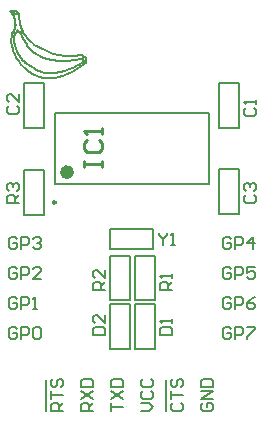
<source format=gto>
%FSAX25Y25*%
%MOIN*%
G70*
G01*
G75*
G04 Layer_Color=65535*
%ADD10R,0.05118X0.05118*%
%ADD11R,0.05118X0.05118*%
%ADD12R,0.01181X0.06299*%
%ADD13O,0.02362X0.09055*%
%ADD14R,0.01575X0.05512*%
%ADD15R,0.09055X0.07480*%
%ADD16R,0.07087X0.07480*%
%ADD17C,0.00800*%
%ADD18C,0.02000*%
%ADD19C,0.07500*%
%ADD20C,0.03200*%
%ADD21C,0.05000*%
%ADD22R,0.04400X0.04400*%
%ADD23C,0.00600*%
%ADD24C,0.02362*%
%ADD25C,0.00984*%
%ADD26C,0.00787*%
%ADD27C,0.01000*%
D17*
X0270153Y0379654D02*
Y0394614D01*
Y0394614D02*
X0276847Y0394614D01*
Y0379654D02*
Y0394614D01*
X0270153Y0379654D02*
X0276847D01*
X0278654D02*
Y0394614D01*
Y0394614D02*
X0285347Y0394614D01*
Y0379654D02*
Y0394614D01*
X0278654Y0379654D02*
X0285347D01*
X0306653Y0468347D02*
X0313347D01*
X0306653Y0453386D02*
Y0468347D01*
Y0453386D02*
X0313347Y0453386D01*
Y0453386D02*
Y0468347D01*
X0306653Y0424653D02*
X0313347D01*
Y0439614D01*
X0306653Y0439614D02*
X0313347Y0439614D01*
X0306653Y0424653D02*
Y0439614D01*
X0270413Y0413154D02*
X0284587D01*
X0270413Y0419846D02*
X0284587D01*
Y0413154D02*
Y0419846D01*
X0270413Y0413154D02*
Y0419846D01*
X0270153Y0410847D02*
X0276847D01*
X0270153Y0395886D02*
Y0410847D01*
Y0395886D02*
X0276847Y0395886D01*
Y0395886D02*
Y0410847D01*
X0278654D02*
X0285347D01*
X0278654Y0395886D02*
Y0410847D01*
Y0395886D02*
X0285347Y0395886D01*
Y0395886D02*
Y0410847D01*
X0241653Y0468347D02*
X0248346D01*
X0241653Y0453386D02*
Y0468347D01*
Y0453386D02*
X0248346Y0453386D01*
Y0453386D02*
Y0468347D01*
X0241653Y0439347D02*
X0248346D01*
X0241653Y0424386D02*
Y0439347D01*
Y0424386D02*
X0248346Y0424386D01*
Y0424386D02*
Y0439347D01*
D23*
X0237419Y0481451D02*
G03*
X0237574Y0480516I0009040J0001011D01*
G01*
X0237767Y0484749D02*
G03*
X0237504Y0483787I0006282J-0002234D01*
G01*
X0237504Y0483787D02*
G03*
X0237370Y0482541I0007228J-0001404D01*
G01*
X0237370D02*
G03*
X0237419Y0481451I0008174J-0000178D01*
G01*
X0239604Y0491760D02*
G03*
X0239953Y0491421I0003471J0003234D01*
G01*
X0238724Y0487177D02*
G03*
X0238792Y0487665I-0001962J0000520D01*
G01*
X0238157Y0492200D02*
G03*
X0238997Y0492185I0000548J0007149D01*
G01*
X0237752Y0491498D02*
G03*
X0237627Y0491710I-0004897J-0002745D01*
G01*
X0240057Y0489990D02*
G03*
X0240124Y0489051I0007757J0000084D01*
G01*
X0239545Y0486040D02*
G03*
X0239544Y0486042I-0000038J-0000021D01*
G01*
X0239539Y0486048D02*
G03*
X0239537Y0486050I-0000017J-0000018D01*
G01*
D02*
G03*
X0239534Y0486051I-0000013J-0000017D01*
G01*
Y0486051D02*
G03*
X0239524Y0486054I-0000010J-0000018D01*
G01*
X0239524Y0486054D02*
G03*
X0239522Y0486054I-0000001J-0000025D01*
G01*
X0240678Y0474437D02*
G03*
X0242203Y0472979I0008392J0007251D01*
G01*
X0245287Y0478263D02*
G03*
X0247174Y0477135I0006031J0007946D01*
G01*
X0250784Y0471534D02*
G03*
X0252039Y0471656I-0000128J0007833D01*
G01*
X0249867Y0471566D02*
G03*
X0250784Y0471534I0000769J0008718D01*
G01*
X0255007Y0470871D02*
G03*
X0258319Y0472362I-0006788J0019507D01*
G01*
X0261078Y0477539D02*
G03*
X0261202Y0476831I0002708J0000110D01*
G01*
X0261663Y0475564D02*
G03*
X0262126Y0475069I0001654J0001086D01*
G01*
X0261318Y0476321D02*
G03*
X0261330Y0476236I0000903J0000084D01*
G01*
X0261330Y0476236D02*
G03*
X0261354Y0476137I0000989J0000188D01*
G01*
X0261354D02*
G03*
X0261390Y0476035I0001071J0000319D01*
G01*
X0238587Y0484662D02*
G03*
X0238590Y0484662I0000000J0000031D01*
G01*
X0238584Y0484662D02*
G03*
X0238587Y0484662I0000003J0000028D01*
G01*
X0238571Y0484668D02*
G03*
X0238584Y0484662I0000016J0000019D01*
G01*
X0238549Y0484689D02*
G03*
X0238571Y0484668I0000149J0000138D01*
G01*
X0245554Y0470870D02*
G03*
X0246072Y0470615I0003048J0005538D01*
G01*
X0258320Y0472362D02*
G03*
X0262142Y0475072I-0010780J0019258D01*
G01*
X0238640Y0480606D02*
G03*
X0239355Y0478696I0007960J0001891D01*
G01*
X0253182Y0470341D02*
G03*
X0255007Y0470871I-0004229J0017977D01*
G01*
X0242319Y0474954D02*
G03*
X0245636Y0472817I0010822J0013154D01*
G01*
X0245772Y0480697D02*
G03*
X0250646Y0478321I0012876J0020230D01*
G01*
X0256330Y0475693D02*
G03*
X0260371Y0476291I-0002249J0029127D01*
G01*
X0238365Y0483817D02*
X0238385Y0483961D01*
X0238407Y0484086D01*
X0238429Y0484193D01*
X0238450Y0484284D01*
X0238469Y0484359D01*
X0238487Y0484420D01*
X0237574Y0480516D02*
X0237796Y0479675D01*
X0238411Y0481791D02*
X0238469Y0481428D01*
X0238369Y0482131D02*
X0238411Y0481791D01*
X0237796Y0479675D02*
X0238071Y0478893D01*
X0238340Y0482448D02*
X0238369Y0482131D01*
X0238324Y0482737D02*
X0238340Y0482448D01*
X0238318Y0483004D02*
X0238324Y0482737D01*
X0238318Y0483004D02*
X0238321Y0483246D01*
X0238331Y0483459D01*
X0238346Y0483650D01*
X0238365Y0483817D01*
X0238544Y0481034D02*
X0238640Y0480606D01*
X0238469Y0481428D02*
X0238544Y0481034D01*
X0238487Y0484420D02*
X0238502Y0484471D01*
X0240048Y0491341D02*
X0240059Y0491332D01*
X0240032Y0491354D02*
X0240048Y0491341D01*
X0240006Y0491376D02*
X0240032Y0491354D01*
X0239953Y0491421D02*
X0240006Y0491376D01*
X0240083Y0491026D02*
X0240084Y0491050D01*
X0240085Y0491074D01*
X0240086Y0491103D01*
X0240087Y0491135D01*
X0240088Y0491171D01*
X0240089Y0491212D01*
X0240091Y0491257D01*
X0240092Y0491306D01*
X0240080Y0491284D02*
X0240085Y0491287D01*
X0240073Y0491282D02*
X0240080Y0491284D01*
X0240065Y0491279D02*
X0240073Y0491282D01*
X0240054Y0491275D02*
X0240065Y0491279D01*
X0240041Y0491270D02*
X0240054Y0491275D01*
X0240025Y0491265D02*
X0240041Y0491270D01*
X0240005Y0491259D02*
X0240025Y0491265D01*
X0239980Y0491253D02*
X0240005Y0491259D01*
X0239949Y0491247D02*
X0239980Y0491253D01*
X0239912Y0491240D02*
X0239949Y0491247D01*
X0239870Y0491234D02*
X0239912Y0491240D01*
X0239819Y0491229D02*
X0239870Y0491234D01*
X0239763Y0491227D02*
X0239819Y0491229D01*
X0239699Y0491226D02*
X0239763Y0491227D01*
X0239523Y0491850D02*
X0239604Y0491760D01*
X0239455Y0491929D02*
X0239523Y0491850D01*
X0239396Y0492003D02*
X0239455Y0491929D01*
X0239344Y0492072D02*
X0239396Y0492003D01*
X0239298Y0492137D02*
X0239344Y0492072D01*
X0239257Y0492198D02*
X0239298Y0492137D01*
X0239255Y0492201D02*
X0239257Y0492198D01*
X0239255Y0492201D02*
X0239255Y0492201D01*
X0239255Y0492201D02*
X0239255Y0492201D01*
X0239255Y0492201D02*
X0239255Y0492201D01*
X0239255Y0492201D02*
X0239255Y0492201D01*
X0239255Y0492201D02*
X0239255Y0492201D01*
X0239255Y0492201D02*
X0239255D01*
X0239255Y0492201D02*
X0239255Y0492201D01*
X0239255Y0492201D02*
X0239255Y0492201D01*
X0239255Y0492201D02*
X0239255Y0492201D01*
X0239255Y0492201D02*
X0239255D01*
X0239255Y0492201D02*
X0239255Y0492201D01*
X0239254Y0492201D02*
X0239255Y0492201D01*
X0239254Y0492201D02*
X0239254Y0492201D01*
X0239254Y0492201D02*
X0239254Y0492201D01*
X0239253Y0492201D02*
X0239254Y0492201D01*
X0239253Y0492201D02*
X0239253Y0492201D01*
X0239252Y0492201D02*
X0239253Y0492201D01*
X0239251Y0492201D02*
X0239252Y0492201D01*
X0239249Y0492201D02*
X0239251Y0492201D01*
X0239248Y0492200D02*
X0239249Y0492201D01*
X0239245Y0492200D02*
X0239248Y0492200D01*
X0239243Y0492200D02*
X0239245Y0492200D01*
X0239239Y0492200D02*
X0239243Y0492200D01*
X0239234Y0492199D02*
X0239239Y0492200D01*
X0239228Y0492199D02*
X0239234Y0492199D01*
X0239220Y0492198D02*
X0239228Y0492199D01*
X0239209Y0492197D02*
X0239220Y0492198D01*
X0239193Y0492196D02*
X0239209Y0492197D01*
X0240069Y0490671D02*
X0240070Y0490687D01*
X0240071Y0490704D01*
X0240071Y0490720D01*
X0240072Y0490732D01*
X0240072Y0490744D01*
X0240072Y0490752D01*
X0240073Y0490760D01*
X0240073Y0490768D01*
X0240073Y0490776D01*
X0240074Y0490784D01*
X0240074Y0490788D01*
X0240074Y0490792D01*
X0240074Y0490796D01*
X0240074Y0490800D01*
X0240075Y0490804D01*
X0240075Y0490808D01*
X0240075Y0490812D01*
X0240075Y0490816D01*
X0240075Y0490821D01*
X0240075Y0490825D01*
X0240075Y0490829D01*
X0240076Y0490833D01*
X0240076Y0490837D01*
X0240076Y0490841D01*
X0240076Y0490845D01*
X0240076Y0490849D01*
X0240076Y0490853D01*
X0240077Y0490857D01*
X0240077Y0490861D01*
X0240077Y0490865D01*
X0240077Y0490873D01*
X0240078Y0490881D01*
X0240078Y0490889D01*
X0240078Y0490897D01*
X0240079Y0490905D01*
X0240079Y0490917D01*
X0240080Y0490929D01*
X0240080Y0490941D01*
X0240081Y0490953D01*
X0240081Y0490970D01*
X0240082Y0490986D01*
X0240083Y0491006D01*
X0240083Y0491026D01*
X0238410Y0486348D02*
X0238414Y0486357D01*
X0238407Y0486341D02*
X0238410Y0486348D01*
X0238404Y0486335D02*
X0238407Y0486341D01*
X0238401Y0486329D02*
X0238404Y0486335D01*
X0238399Y0486322D02*
X0238401Y0486329D01*
X0238396Y0486316D02*
X0238399Y0486322D01*
X0238394Y0486313D02*
X0238396Y0486316D01*
X0238393Y0486309D02*
X0238394Y0486313D01*
X0238392Y0486306D02*
X0238393Y0486309D01*
X0238390Y0486303D02*
X0238392Y0486306D01*
X0238389Y0486300D02*
X0238390Y0486303D01*
X0238387Y0486297D02*
X0238389Y0486300D01*
X0238386Y0486293D02*
X0238387Y0486297D01*
X0238385Y0486290D02*
X0238386Y0486293D01*
X0238383Y0486287D02*
X0238385Y0486290D01*
X0238382Y0486283D02*
X0238383Y0486287D01*
X0238380Y0486280D02*
X0238382Y0486283D01*
X0238379Y0486277D02*
X0238380Y0486280D01*
X0238377Y0486274D02*
X0238379Y0486277D01*
X0238376Y0486270D02*
X0238377Y0486274D01*
X0238374Y0486267D02*
X0238376Y0486270D01*
X0238373Y0486264D02*
X0238374Y0486267D01*
X0238372Y0486261D02*
X0238373Y0486264D01*
X0238370Y0486257D02*
X0238372Y0486261D01*
X0238369Y0486254D02*
X0238370Y0486257D01*
X0238367Y0486250D02*
X0238369Y0486254D01*
X0238365Y0486244D02*
X0238367Y0486250D01*
X0238362Y0486237D02*
X0238365Y0486244D01*
X0238359Y0486231D02*
X0238362Y0486237D01*
X0238356Y0486224D02*
X0238359Y0486231D01*
X0238353Y0486217D02*
X0238356Y0486224D01*
X0238348Y0486207D02*
X0238353Y0486217D01*
X0238344Y0486197D02*
X0238348Y0486207D01*
X0238340Y0486187D02*
X0238344Y0486197D01*
X0238334Y0486173D02*
X0238340Y0486187D01*
X0238328Y0486159D02*
X0238334Y0486173D01*
X0238320Y0486142D02*
X0238328Y0486159D01*
X0238311Y0486121D02*
X0238320Y0486142D01*
X0238300Y0486096D02*
X0238311Y0486121D01*
X0238288Y0486067D02*
X0238300Y0486096D01*
X0238274Y0486035D02*
X0238288Y0486067D01*
X0238256Y0485994D02*
X0238274Y0486035D01*
X0238234Y0485941D02*
X0238256Y0485994D01*
X0238204Y0485872D02*
X0238234Y0485941D01*
X0238160Y0485767D02*
X0238204Y0485872D01*
X0238234Y0485932D02*
X0238257Y0485875D01*
X0240497Y0487407D02*
X0240575Y0487160D01*
X0240425Y0487650D02*
X0240497Y0487407D01*
X0240073Y0491321D02*
X0240077Y0491317D01*
X0240067Y0491325D02*
X0240073Y0491321D01*
X0240059Y0491332D02*
X0240067Y0491325D01*
X0240092Y0491306D02*
X0240092D01*
X0240092D02*
X0240092Y0491306D01*
X0240092Y0491306D02*
X0240092Y0491306D01*
X0240092Y0491306D02*
X0240092Y0491306D01*
X0240092Y0491306D02*
X0240092D01*
X0240092Y0491306D02*
X0240092Y0491306D01*
X0240092Y0491306D02*
X0240092Y0491306D01*
X0240091Y0491306D02*
X0240092Y0491306D01*
X0240091Y0491306D02*
X0240091Y0491306D01*
X0240091Y0491306D02*
X0240091Y0491306D01*
X0240091Y0491306D02*
X0240091Y0491306D01*
X0240091Y0491306D02*
X0240091Y0491306D01*
X0240091Y0491306D02*
X0240091Y0491306D01*
X0240091Y0491307D02*
X0240091Y0491306D01*
X0240090Y0491307D02*
X0240091Y0491307D01*
X0240090Y0491307D02*
X0240090Y0491307D01*
X0240090Y0491307D02*
X0240090Y0491307D01*
X0240089Y0491308D02*
X0240090Y0491307D01*
X0240089Y0491308D02*
X0240089Y0491308D01*
X0240088Y0491309D02*
X0240089Y0491308D01*
X0240086Y0491310D02*
X0240088Y0491309D01*
X0240085Y0491311D02*
X0240086Y0491310D01*
X0240083Y0491313D02*
X0240085Y0491311D01*
X0240081Y0491315D02*
X0240083Y0491313D01*
X0240077Y0491317D02*
X0240081Y0491315D01*
X0240103Y0491296D02*
X0240103Y0491296D01*
X0240103Y0491296D02*
X0240103Y0491296D01*
X0240103Y0491296D02*
X0240103Y0491296D01*
X0240103Y0491296D02*
X0240103Y0491296D01*
X0240103Y0491296D02*
X0240103Y0491296D01*
X0240103Y0491296D02*
X0240103Y0491296D01*
X0240103Y0491296D02*
X0240103Y0491296D01*
X0240103Y0491296D02*
X0240103Y0491296D01*
X0240103Y0491295D02*
X0240103Y0491296D01*
X0240103Y0491295D02*
X0240103Y0491295D01*
X0240103Y0491295D02*
X0240103Y0491295D01*
X0240102Y0491295D02*
X0240103Y0491295D01*
X0240102Y0491295D02*
X0240102Y0491295D01*
X0240102Y0491295D02*
X0240102Y0491295D01*
X0240101Y0491295D02*
X0240102Y0491295D01*
X0240101Y0491294D02*
X0240101Y0491295D01*
X0240100Y0491294D02*
X0240101Y0491294D01*
X0240099Y0491293D02*
X0240100Y0491294D01*
X0240098Y0491293D02*
X0240099Y0491293D01*
X0240097Y0491292D02*
X0240098Y0491293D01*
X0240095Y0491291D02*
X0240097Y0491292D01*
X0240092Y0491290D02*
X0240095Y0491291D01*
X0240089Y0491289D02*
X0240092Y0491290D01*
X0240085Y0491287D02*
X0240089Y0491289D01*
X0238713Y0488469D02*
X0238775Y0487987D01*
X0238489Y0489592D02*
X0238612Y0489053D01*
X0238713Y0488469D01*
X0238775Y0487987D02*
X0238782Y0487918D01*
X0238788Y0487845D01*
X0238791Y0487764D01*
X0238792Y0487665D01*
X0240181Y0488691D02*
X0240236Y0488404D01*
X0240124Y0489051D02*
X0240181Y0488691D01*
X0238045Y0490906D02*
X0238199Y0490523D01*
X0238350Y0490084D01*
X0239629Y0491229D02*
X0239699Y0491226D01*
X0239554Y0491234D02*
X0239629Y0491229D01*
X0239472Y0491244D02*
X0239554Y0491234D01*
X0239384Y0491258D02*
X0239472Y0491244D01*
X0239290Y0491277D02*
X0239384Y0491258D01*
X0238705Y0487108D02*
X0238724Y0487177D01*
X0238688Y0487050D02*
X0238705Y0487108D01*
X0238672Y0486999D02*
X0238688Y0487050D01*
X0238656Y0486953D02*
X0238672Y0486999D01*
X0238641Y0486911D02*
X0238656Y0486953D01*
X0238626Y0486870D02*
X0238641Y0486911D01*
X0238612Y0486832D02*
X0238626Y0486870D01*
X0238598Y0486796D02*
X0238612Y0486832D01*
X0238584Y0486762D02*
X0238598Y0486796D01*
X0238572Y0486730D02*
X0238584Y0486762D01*
X0238560Y0486701D02*
X0238572Y0486730D01*
X0238547Y0486671D02*
X0238560Y0486701D01*
X0238536Y0486643D02*
X0238547Y0486671D01*
X0238526Y0486618D02*
X0238536Y0486643D01*
X0238515Y0486593D02*
X0238526Y0486618D01*
X0238506Y0486570D02*
X0238515Y0486593D01*
X0238496Y0486547D02*
X0238506Y0486570D01*
X0238487Y0486527D02*
X0238496Y0486547D01*
X0238478Y0486507D02*
X0238487Y0486527D01*
X0238471Y0486489D02*
X0238478Y0486507D01*
X0238463Y0486471D02*
X0238471Y0486489D01*
X0238455Y0486453D02*
X0238463Y0486471D01*
X0238449Y0486438D02*
X0238455Y0486453D01*
X0238442Y0486422D02*
X0238449Y0486438D01*
X0238437Y0486410D02*
X0238442Y0486422D01*
X0238431Y0486398D02*
X0238437Y0486410D01*
X0238426Y0486385D02*
X0238431Y0486398D01*
X0238422Y0486376D02*
X0238426Y0486385D01*
X0238418Y0486367D02*
X0238422Y0486376D01*
X0238414Y0486357D02*
X0238418Y0486367D01*
X0239172Y0492194D02*
X0239193Y0492196D01*
X0239141Y0492192D02*
X0239172Y0492194D01*
X0239091Y0492189D02*
X0239141Y0492192D01*
X0238997Y0492185D02*
X0239091Y0492189D01*
X0237972Y0492217D02*
X0238157Y0492200D01*
X0237810Y0492238D02*
X0237972Y0492217D01*
X0237664Y0492261D02*
X0237810Y0492238D01*
X0237529Y0492286D02*
X0237664Y0492261D01*
X0237404Y0492313D02*
X0237529Y0492286D01*
X0237290Y0492342D02*
X0237404Y0492313D01*
X0237182Y0492373D02*
X0237290Y0492342D01*
X0237088Y0492404D02*
X0237182Y0492373D01*
X0237088Y0492404D02*
Y0492404D01*
Y0492404D02*
X0237088Y0492404D01*
X0237088Y0492404D01*
X0237088Y0492404D01*
X0237088Y0492404D01*
X0237088Y0492404D01*
X0237088Y0492404D01*
X0237088Y0492404D01*
X0237088Y0492404D01*
X0237088Y0492403D01*
X0237088Y0492403D01*
X0237089Y0492403D01*
X0237089Y0492403D01*
X0237089Y0492402D01*
X0237090Y0492402D01*
X0237091Y0492401D01*
X0237092Y0492400D01*
X0237093Y0492400D01*
X0237094Y0492398D01*
X0237096Y0492397D01*
X0237098Y0492394D01*
X0237101Y0492392D01*
X0237104Y0492389D01*
X0237108Y0492384D01*
X0237114Y0492379D01*
X0237121Y0492372D01*
X0237130Y0492364D01*
X0237141Y0492352D01*
X0237155Y0492338D01*
X0237173Y0492319D01*
X0237195Y0492295D01*
X0237224Y0492263D01*
X0237259Y0492222D01*
X0237304Y0492168D01*
X0237362Y0492095D01*
X0237434Y0491998D01*
X0237521Y0491873D01*
X0237627Y0491710D01*
X0237752Y0491498D02*
X0237893Y0491231D01*
X0238045Y0490906D01*
X0239190Y0491300D02*
X0239290Y0491277D01*
X0239083Y0491330D02*
X0239190Y0491300D01*
X0238970Y0491365D02*
X0239083Y0491330D01*
X0238850Y0491408D02*
X0238970Y0491365D01*
X0238724Y0491457D02*
X0238850Y0491408D01*
X0238591Y0491513D02*
X0238724Y0491457D01*
X0238446Y0491580D02*
X0238591Y0491513D01*
X0238294Y0491655D02*
X0238446Y0491580D01*
X0238134Y0491741D02*
X0238294Y0491655D01*
X0237967Y0491835D02*
X0238134Y0491741D01*
X0237786Y0491944D02*
X0237967Y0491835D01*
X0237597Y0492065D02*
X0237786Y0491944D01*
X0237188Y0492347D02*
X0237400Y0492197D01*
X0237137Y0492385D02*
X0237188Y0492347D01*
X0240056Y0490124D02*
X0240057Y0489990D01*
X0240056Y0490124D02*
X0240057Y0490222D01*
X0240058Y0490302D01*
X0240059Y0490369D01*
X0240061Y0490422D01*
X0240062Y0490468D01*
X0240064Y0490509D01*
X0240065Y0490545D01*
X0240066Y0490578D01*
X0240067Y0490606D01*
X0240068Y0490631D01*
X0240069Y0490651D01*
X0240069Y0490671D01*
X0238350Y0490084D02*
X0238489Y0489592D01*
X0240357Y0487896D02*
X0240425Y0487650D01*
X0240295Y0488144D02*
X0240357Y0487896D01*
X0240236Y0488404D02*
X0240295Y0488144D01*
X0237400Y0492197D02*
X0237597Y0492065D01*
X0240620Y0485255D02*
X0240782Y0485666D01*
X0240476Y0484928D02*
X0240620Y0485255D01*
X0239931Y0485500D02*
X0239998Y0485423D01*
X0239874Y0485569D02*
X0239931Y0485500D01*
X0239824Y0485632D02*
X0239874Y0485569D01*
X0239779Y0485689D02*
X0239824Y0485632D01*
X0238981Y0485217D02*
X0238989Y0485230D01*
X0238973Y0485201D02*
X0238981Y0485217D01*
X0238964Y0485185D02*
X0238973Y0485201D01*
X0238954Y0485168D02*
X0238964Y0485185D01*
X0238944Y0485150D02*
X0238954Y0485168D01*
X0238934Y0485133D02*
X0238944Y0485150D01*
X0238923Y0485113D02*
X0238934Y0485133D01*
X0238911Y0485094D02*
X0238923Y0485113D01*
X0238900Y0485075D02*
X0238911Y0485094D01*
X0238889Y0485056D02*
X0238900Y0485075D01*
X0238878Y0485038D02*
X0238889Y0485056D01*
X0238866Y0485017D02*
X0238878Y0485038D01*
X0238855Y0484997D02*
X0238866Y0485017D01*
X0238843Y0484977D02*
X0238855Y0484997D01*
X0238832Y0484960D02*
X0238843Y0484977D01*
X0238822Y0484943D02*
X0238832Y0484960D01*
X0238811Y0484926D02*
X0238822Y0484943D01*
X0238801Y0484910D02*
X0238811Y0484926D01*
X0238791Y0484894D02*
X0238801Y0484910D01*
X0238781Y0484878D02*
X0238791Y0484894D01*
X0238772Y0484863D02*
X0238781Y0484878D01*
X0238763Y0484850D02*
X0238772Y0484863D01*
X0238754Y0484837D02*
X0238763Y0484850D01*
X0238746Y0484825D02*
X0238754Y0484837D01*
X0238738Y0484813D02*
X0238746Y0484825D01*
X0238731Y0484803D02*
X0238738Y0484813D01*
X0238723Y0484793D02*
X0238731Y0484803D01*
X0238717Y0484783D02*
X0238723Y0484793D01*
X0238710Y0484774D02*
X0238717Y0484783D01*
X0238703Y0484765D02*
X0238710Y0484774D01*
X0238697Y0484757D02*
X0238703Y0484765D01*
X0238692Y0484750D02*
X0238697Y0484757D01*
X0238457Y0484903D02*
X0238460Y0484890D01*
X0238454Y0484917D02*
X0238457Y0484903D01*
X0238452Y0484931D02*
X0238454Y0484917D01*
X0240945Y0486129D02*
X0241054Y0485853D01*
X0240843Y0486394D02*
X0240945Y0486129D01*
X0240942Y0486156D02*
X0240942Y0486156D01*
X0240942Y0486156D02*
X0240942D01*
X0240942Y0486155D02*
X0240942Y0486156D01*
X0240942Y0486155D02*
X0240942Y0486155D01*
Y0486155D02*
Y0486155D01*
X0240942Y0486155D02*
X0240942Y0486155D01*
X0240942Y0486155D02*
X0240942Y0486155D01*
X0240942Y0486155D02*
X0240942Y0486155D01*
X0240942Y0486155D02*
X0240942Y0486155D01*
X0240942Y0486155D02*
X0240942Y0486155D01*
X0240942Y0486155D02*
X0240942Y0486155D01*
X0240942Y0486155D02*
X0240942Y0486155D01*
X0240941Y0486155D02*
X0240942Y0486155D01*
X0240941Y0486155D02*
X0240941Y0486155D01*
X0240941Y0486154D02*
X0240941Y0486155D01*
X0240941Y0486154D02*
X0240941Y0486154D01*
X0240941Y0486154D02*
X0240941Y0486154D01*
X0240941Y0486153D02*
X0240941Y0486154D01*
X0240941Y0486152D02*
X0240941Y0486153D01*
X0240940Y0486151D02*
X0240941Y0486152D01*
X0240940Y0486150D02*
X0240940Y0486151D01*
X0240940Y0486149D02*
X0240940Y0486150D01*
X0240939Y0486147D02*
X0240940Y0486149D01*
X0240939Y0486145D02*
X0240939Y0486147D01*
X0240938Y0486142D02*
X0240939Y0486145D01*
X0240937Y0486138D02*
X0240938Y0486142D01*
X0240936Y0486134D02*
X0240937Y0486138D01*
X0240934Y0486128D02*
X0240936Y0486134D01*
X0240932Y0486120D02*
X0240934Y0486128D01*
X0240929Y0486110D02*
X0240932Y0486120D01*
X0240925Y0486097D02*
X0240929Y0486110D01*
X0240920Y0486080D02*
X0240925Y0486097D01*
X0240913Y0486057D02*
X0240920Y0486080D01*
X0240904Y0486026D02*
X0240913Y0486057D01*
X0240890Y0485983D02*
X0240904Y0486026D01*
X0240870Y0485921D02*
X0240890Y0485983D01*
X0238074Y0485558D02*
X0238160Y0485767D01*
X0239739Y0485742D02*
X0239779Y0485689D01*
X0239703Y0485793D02*
X0239739Y0485742D01*
X0239669Y0485840D02*
X0239703Y0485793D01*
X0239639Y0485885D02*
X0239669Y0485840D01*
X0239612Y0485928D02*
X0239639Y0485885D01*
X0239587Y0485967D02*
X0239612Y0485928D01*
X0239564Y0486005D02*
X0239587Y0485967D01*
X0239545Y0486040D02*
X0239564Y0486005D01*
X0239543Y0486044D02*
X0239543Y0486042D01*
X0239542Y0486045D02*
X0239543Y0486044D01*
X0239540Y0486047D02*
X0239542Y0486045D01*
X0239539Y0486048D02*
X0239540Y0486047D01*
X0239520Y0486054D02*
X0239522Y0486054D01*
X0239518Y0486054D02*
X0239520Y0486054D01*
X0239515Y0486053D02*
X0239518Y0486054D01*
X0239513Y0486052D02*
X0239515Y0486053D01*
X0239511Y0486051D02*
X0239513Y0486052D01*
X0239509Y0486050D02*
X0239511Y0486051D01*
X0239506Y0486049D02*
X0239509Y0486050D01*
X0239504Y0486048D02*
X0239506Y0486049D01*
X0239501Y0486047D02*
X0239504Y0486048D01*
X0239499Y0486045D02*
X0239501Y0486047D01*
X0239496Y0486043D02*
X0239499Y0486045D01*
X0239494Y0486041D02*
X0239496Y0486043D01*
X0239491Y0486039D02*
X0239494Y0486041D01*
X0239488Y0486037D02*
X0239491Y0486039D01*
X0239486Y0486035D02*
X0239488Y0486037D01*
X0239483Y0486032D02*
X0239486Y0486035D01*
X0239480Y0486030D02*
X0239483Y0486032D01*
X0239476Y0486026D02*
X0239480Y0486030D01*
X0239473Y0486023D02*
X0239476Y0486026D01*
X0239469Y0486019D02*
X0239473Y0486023D01*
X0239465Y0486015D02*
X0239469Y0486019D01*
X0239461Y0486011D02*
X0239465Y0486015D01*
X0239457Y0486006D02*
X0239461Y0486011D01*
X0239453Y0486002D02*
X0239457Y0486006D01*
X0239448Y0485996D02*
X0239453Y0486002D01*
X0239443Y0485990D02*
X0239448Y0485996D01*
X0239438Y0485984D02*
X0239443Y0485990D01*
X0239433Y0485977D02*
X0239438Y0485984D01*
X0239428Y0485970D02*
X0239433Y0485977D01*
X0239421Y0485962D02*
X0239428Y0485970D01*
X0239415Y0485953D02*
X0239421Y0485962D01*
X0239408Y0485944D02*
X0239415Y0485953D01*
X0239402Y0485935D02*
X0239408Y0485944D01*
X0239394Y0485924D02*
X0239402Y0485935D01*
X0239386Y0485913D02*
X0239394Y0485924D01*
X0239378Y0485901D02*
X0239386Y0485913D01*
X0239370Y0485889D02*
X0239378Y0485901D01*
X0239362Y0485876D02*
X0239370Y0485889D01*
X0239353Y0485862D02*
X0239362Y0485876D01*
X0239343Y0485847D02*
X0239353Y0485862D01*
X0239334Y0485831D02*
X0239343Y0485847D01*
X0239324Y0485816D02*
X0239334Y0485831D01*
X0239314Y0485800D02*
X0239324Y0485816D01*
X0239303Y0485781D02*
X0239314Y0485800D01*
X0239292Y0485763D02*
X0239303Y0485781D01*
X0239280Y0485743D02*
X0239292Y0485763D01*
X0239268Y0485724D02*
X0239280Y0485743D01*
X0239257Y0485704D02*
X0239268Y0485724D01*
X0239245Y0485684D02*
X0239257Y0485704D01*
X0239233Y0485663D02*
X0239245Y0485684D01*
X0239222Y0485644D02*
X0239233Y0485663D01*
X0239211Y0485625D02*
X0239222Y0485644D01*
X0239200Y0485606D02*
X0239211Y0485625D01*
X0239190Y0485589D02*
X0239200Y0485606D01*
X0239180Y0485571D02*
X0239190Y0485589D01*
X0239170Y0485554D02*
X0239180Y0485571D01*
X0239162Y0485538D02*
X0239170Y0485554D01*
X0239153Y0485523D02*
X0239162Y0485538D01*
X0239145Y0485509D02*
X0239153Y0485523D01*
X0239138Y0485496D02*
X0239145Y0485509D01*
X0239132Y0485485D02*
X0239138Y0485496D01*
X0239125Y0485473D02*
X0239132Y0485485D01*
X0239120Y0485464D02*
X0239125Y0485473D01*
X0239115Y0485455D02*
X0239120Y0485464D01*
X0239110Y0485446D02*
X0239115Y0485455D01*
X0239106Y0485439D02*
X0239110Y0485446D01*
X0239102Y0485433D02*
X0239106Y0485439D01*
X0239099Y0485426D02*
X0239102Y0485433D01*
X0239096Y0485421D02*
X0239099Y0485426D01*
X0239093Y0485417D02*
X0239096Y0485421D01*
X0239091Y0485412D02*
X0239093Y0485417D01*
X0239088Y0485407D02*
X0239091Y0485412D01*
X0239086Y0485403D02*
X0239088Y0485407D01*
X0239085Y0485401D02*
X0239086Y0485403D01*
X0239083Y0485398D02*
X0239085Y0485401D01*
X0239082Y0485396D02*
X0239083Y0485398D01*
X0239081Y0485394D02*
X0239082Y0485396D01*
X0239079Y0485392D02*
X0239081Y0485394D01*
X0239078Y0485389D02*
X0239079Y0485392D01*
X0239077Y0485387D02*
X0239078Y0485389D01*
X0239076Y0485385D02*
X0239077Y0485387D01*
X0239074Y0485383D02*
X0239076Y0485385D01*
X0239073Y0485380D02*
X0239074Y0485383D01*
X0239072Y0485378D02*
X0239073Y0485380D01*
X0239071Y0485376D02*
X0239072Y0485378D01*
X0239069Y0485373D02*
X0239071Y0485376D01*
X0239068Y0485371D02*
X0239069Y0485373D01*
X0239067Y0485369D02*
X0239068Y0485371D01*
X0239066Y0485366D02*
X0239067Y0485369D01*
X0239064Y0485364D02*
X0239066Y0485366D01*
X0239063Y0485362D02*
X0239064Y0485364D01*
X0239062Y0485360D02*
X0239063Y0485362D01*
X0239060Y0485357D02*
X0239062Y0485360D01*
X0239058Y0485353D02*
X0239060Y0485357D01*
X0239055Y0485348D02*
X0239058Y0485353D01*
X0239053Y0485344D02*
X0239055Y0485348D01*
X0239050Y0485339D02*
X0239053Y0485344D01*
X0239048Y0485334D02*
X0239050Y0485339D01*
X0239044Y0485328D02*
X0239048Y0485334D01*
X0239040Y0485321D02*
X0239044Y0485328D01*
X0239036Y0485314D02*
X0239040Y0485321D01*
X0239032Y0485307D02*
X0239036Y0485314D01*
X0239027Y0485298D02*
X0239032Y0485307D01*
X0239022Y0485289D02*
X0239027Y0485298D01*
X0239017Y0485280D02*
X0239022Y0485289D01*
X0239011Y0485268D02*
X0239017Y0485280D01*
X0239004Y0485257D02*
X0239011Y0485268D01*
X0238997Y0485244D02*
X0239004Y0485257D01*
X0238989Y0485230D02*
X0238997Y0485244D01*
X0238449Y0484944D02*
X0238452Y0484931D01*
X0238447Y0484958D02*
X0238449Y0484944D01*
X0238445Y0484971D02*
X0238447Y0484958D01*
X0238443Y0484983D02*
X0238445Y0484971D01*
X0238441Y0484995D02*
X0238443Y0484983D01*
X0238439Y0485007D02*
X0238441Y0484995D01*
X0238437Y0485018D02*
X0238439Y0485007D01*
X0238436Y0485030D02*
X0238437Y0485018D01*
X0238434Y0485039D02*
X0238436Y0485030D01*
X0238433Y0485049D02*
X0238434Y0485039D01*
X0238432Y0485058D02*
X0238433Y0485049D01*
X0238430Y0485067D02*
X0238432Y0485058D01*
X0238429Y0485075D02*
X0238430Y0485067D01*
X0238428Y0485083D02*
X0238429Y0485075D01*
X0238427Y0485089D02*
X0238428Y0485083D01*
X0238426Y0485096D02*
X0238427Y0485089D01*
X0238425Y0485102D02*
X0238426Y0485096D01*
X0238425Y0485108D02*
X0238425Y0485102D01*
X0238424Y0485113D02*
X0238425Y0485108D01*
X0238423Y0485118D02*
X0238424Y0485113D01*
X0238423Y0485122D02*
X0238423Y0485118D01*
X0238422Y0485126D02*
X0238423Y0485122D01*
X0238422Y0485130D02*
X0238422Y0485126D01*
X0238422Y0485133D02*
X0238422Y0485130D01*
X0238421Y0485136D02*
X0238422Y0485133D01*
X0238421Y0485138D02*
X0238421Y0485136D01*
X0238421Y0485141D02*
X0238421Y0485138D01*
X0238420Y0485144D02*
X0238421Y0485141D01*
X0238420Y0485145D02*
X0238420Y0485144D01*
X0238420Y0485146D02*
X0238420Y0485145D01*
X0238420Y0485148D02*
X0238420Y0485146D01*
X0238419Y0485149D02*
X0238420Y0485148D01*
X0238419Y0485150D02*
X0238419Y0485149D01*
X0238419Y0485152D02*
X0238419Y0485150D01*
X0238419Y0485153D02*
X0238419Y0485152D01*
X0238419Y0485155D02*
X0238419Y0485153D01*
X0238419Y0485156D02*
X0238419Y0485155D01*
X0238418Y0485157D02*
X0238419Y0485156D01*
X0238418Y0485159D02*
X0238418Y0485157D01*
X0238418Y0485160D02*
X0238418Y0485159D01*
X0238418Y0485161D02*
X0238418Y0485160D01*
X0238418Y0485163D02*
X0238418Y0485161D01*
X0238418Y0485164D02*
X0238418Y0485163D01*
X0238417Y0485166D02*
X0238418Y0485164D01*
X0238417Y0485167D02*
X0238417Y0485166D01*
X0238417Y0485168D02*
X0238417Y0485167D01*
X0238417Y0485170D02*
X0238417Y0485168D01*
X0238416Y0485172D02*
X0238417Y0485170D01*
X0238416Y0485175D02*
X0238416Y0485172D01*
X0238416Y0485178D02*
X0238416Y0485175D01*
X0238415Y0485181D02*
X0238416Y0485178D01*
X0238415Y0485183D02*
X0238415Y0485181D01*
X0238414Y0485188D02*
X0238415Y0485183D01*
X0238414Y0485192D02*
X0238414Y0485188D01*
X0238413Y0485196D02*
X0238414Y0485192D01*
X0238413Y0485202D02*
X0238413Y0485196D01*
X0238412Y0485207D02*
X0238413Y0485202D01*
X0238411Y0485214D02*
X0238412Y0485207D01*
X0238410Y0485221D02*
X0238411Y0485214D01*
X0238409Y0485230D02*
X0238410Y0485221D01*
X0238408Y0485239D02*
X0238409Y0485230D01*
X0238406Y0485249D02*
X0238408Y0485239D01*
X0238405Y0485260D02*
X0238406Y0485249D01*
X0238403Y0485273D02*
X0238405Y0485260D01*
X0238401Y0485288D02*
X0238403Y0485273D01*
X0238398Y0485305D02*
X0238401Y0485288D01*
X0238396Y0485325D02*
X0238398Y0485305D01*
X0238392Y0485347D02*
X0238396Y0485325D01*
X0238388Y0485374D02*
X0238392Y0485347D01*
X0238383Y0485405D02*
X0238388Y0485374D01*
X0238376Y0485440D02*
X0238383Y0485405D01*
X0238369Y0485483D02*
X0238376Y0485440D01*
X0238358Y0485533D02*
X0238369Y0485483D01*
X0238345Y0485593D02*
X0238358Y0485533D01*
X0238326Y0485666D02*
X0238345Y0485593D01*
X0238299Y0485757D02*
X0238326Y0485666D01*
X0238257Y0485875D02*
X0238299Y0485757D01*
X0240473Y0484967D02*
X0241107Y0483591D01*
X0240476Y0484928D02*
Y0484928D01*
X0240476Y0484928D02*
X0240476Y0484928D01*
X0240476Y0484928D02*
X0240476Y0484928D01*
X0240476Y0484928D02*
X0240476Y0484928D01*
X0240476Y0484928D02*
X0240476Y0484928D01*
X0240475Y0484928D02*
X0240476Y0484928D01*
X0240475Y0484928D02*
X0240475Y0484928D01*
X0240475Y0484928D02*
X0240475Y0484928D01*
X0240475Y0484928D02*
X0240475Y0484928D01*
X0240475Y0484928D02*
X0240475Y0484928D01*
X0240475Y0484928D02*
X0240475Y0484928D01*
X0240475Y0484928D02*
X0240475Y0484928D01*
X0240475Y0484929D02*
X0240475Y0484928D01*
X0240474Y0484929D02*
X0240475Y0484929D01*
X0240474Y0484929D02*
X0240474Y0484929D01*
X0240474Y0484930D02*
X0240474Y0484929D01*
X0240473Y0484930D02*
X0240474Y0484930D01*
X0240472Y0484931D02*
X0240473Y0484930D01*
X0240471Y0484932D02*
X0240472Y0484931D01*
X0240470Y0484933D02*
X0240471Y0484932D01*
X0240469Y0484934D02*
X0240470Y0484933D01*
X0240467Y0484936D02*
X0240469Y0484934D01*
X0240464Y0484938D02*
X0240467Y0484936D01*
X0240461Y0484941D02*
X0240464Y0484938D01*
X0240457Y0484945D02*
X0240461Y0484941D01*
X0240451Y0484951D02*
X0240457Y0484945D01*
X0240442Y0484959D02*
X0240451Y0484951D01*
X0240430Y0484971D02*
X0240442Y0484959D01*
X0240412Y0484988D02*
X0240430Y0484971D01*
X0240380Y0485019D02*
X0240412Y0484988D01*
X0240285Y0485114D02*
X0240380Y0485019D01*
X0240081Y0485329D02*
X0240285Y0485114D01*
X0239998Y0485423D02*
X0240081Y0485329D01*
X0240747Y0486657D02*
X0240843Y0486394D01*
X0240658Y0486910D02*
X0240747Y0486657D01*
X0240575Y0487160D02*
X0240658Y0486910D01*
X0241400Y0485076D02*
X0241640Y0484647D01*
X0241176Y0485557D02*
X0241400Y0485076D01*
X0241054Y0485853D02*
X0241176Y0485557D01*
X0240839Y0485827D02*
X0240870Y0485921D01*
X0240782Y0485666D02*
X0240839Y0485827D01*
X0243972Y0479385D02*
X0244041Y0479319D01*
X0243899Y0479457D02*
X0243972Y0479385D01*
X0243816Y0479540D02*
X0243899Y0479457D01*
X0243723Y0479638D02*
X0243816Y0479540D01*
X0239078Y0476781D02*
X0239295Y0476399D01*
X0240316Y0477188D02*
X0240365Y0477120D01*
X0240261Y0477264D02*
X0240316Y0477188D01*
X0238874Y0477161D02*
X0239078Y0476781D01*
X0240200Y0477348D02*
X0240261Y0477264D01*
X0240135Y0477440D02*
X0240200Y0477348D01*
X0240062Y0477544D02*
X0240135Y0477440D01*
X0242466Y0481242D02*
X0242754Y0480830D01*
X0242110Y0481791D02*
X0242466Y0481242D01*
X0238493Y0477929D02*
X0238678Y0477549D01*
X0238874Y0477161D01*
X0239982Y0477661D02*
X0240062Y0477544D01*
X0239892Y0477795D02*
X0239982Y0477661D01*
X0239790Y0477950D02*
X0239892Y0477795D01*
X0239675Y0478133D02*
X0239790Y0477950D01*
X0239537Y0478366D02*
X0239675Y0478133D01*
X0239355Y0478696D02*
X0239537Y0478366D01*
X0241665Y0482540D02*
X0242110Y0481791D01*
X0243617Y0479752D02*
X0243723Y0479638D01*
X0243495Y0479889D02*
X0243617Y0479752D01*
X0243353Y0480055D02*
X0243495Y0479889D01*
X0243186Y0480259D02*
X0243353Y0480055D01*
X0242989Y0480512D02*
X0243186Y0480259D01*
X0242754Y0480830D02*
X0242989Y0480512D01*
X0244168Y0479202D02*
X0244306Y0479077D01*
X0244041Y0479319D02*
X0244168Y0479202D01*
X0244456Y0478944D02*
X0244623Y0478799D01*
X0244306Y0479077D02*
X0244456Y0478944D01*
X0239295Y0476399D02*
X0239538Y0475996D01*
X0240152Y0475094D02*
X0240678Y0474437D01*
X0240454Y0477001D02*
X0240492Y0476949D01*
X0240412Y0477057D02*
X0240454Y0477001D01*
X0240365Y0477120D02*
X0240412Y0477057D01*
X0242203Y0472979D02*
X0242571Y0472699D01*
X0242872Y0472483D01*
X0242093Y0475146D02*
X0242319Y0474954D01*
X0241925Y0475294D02*
X0242093Y0475146D01*
X0239538Y0475996D02*
X0239814Y0475570D01*
X0240152Y0475094D01*
X0241793Y0475414D02*
X0241925Y0475294D01*
X0241683Y0475518D02*
X0241793Y0475414D01*
X0241590Y0475608D02*
X0241683Y0475518D01*
X0241513Y0475685D02*
X0241590Y0475608D01*
X0241445Y0475754D02*
X0241513Y0475685D01*
X0241386Y0475816D02*
X0241445Y0475754D01*
X0241335Y0475871D02*
X0241386Y0475816D01*
X0241291Y0475919D02*
X0241335Y0475871D01*
X0241253Y0475962D02*
X0241291Y0475919D01*
X0241217Y0476004D02*
X0241253Y0475962D01*
X0241187Y0476039D02*
X0241217Y0476004D01*
X0241158Y0476074D02*
X0241187Y0476039D01*
X0241134Y0476104D02*
X0241158Y0476074D01*
X0241111Y0476133D02*
X0241134Y0476104D01*
X0241093Y0476157D02*
X0241111Y0476133D01*
X0241068Y0476190D02*
X0241093Y0476157D01*
X0241049Y0476215D02*
X0241068Y0476190D01*
X0241030Y0476239D02*
X0241049Y0476215D01*
X0241015Y0476260D02*
X0241030Y0476239D01*
X0240999Y0476280D02*
X0241015Y0476260D01*
X0240987Y0476297D02*
X0240999Y0476280D01*
X0240974Y0476313D02*
X0240987Y0476297D01*
X0240965Y0476326D02*
X0240974Y0476313D01*
X0240955Y0476338D02*
X0240965Y0476326D01*
X0240946Y0476350D02*
X0240955Y0476338D01*
X0240940Y0476358D02*
X0240946Y0476350D01*
X0240934Y0476366D02*
X0240940Y0476358D01*
X0240928Y0476374D02*
X0240934Y0476366D01*
X0240921Y0476383D02*
X0240928Y0476374D01*
X0240918Y0476387D02*
X0240921Y0476383D01*
X0240915Y0476391D02*
X0240918Y0476387D01*
X0240912Y0476395D02*
X0240915Y0476391D01*
X0240909Y0476399D02*
X0240912Y0476395D01*
X0240906Y0476403D02*
X0240909Y0476399D01*
X0240903Y0476407D02*
X0240906Y0476403D01*
X0240900Y0476411D02*
X0240903Y0476407D01*
X0240897Y0476415D02*
X0240900Y0476411D01*
X0240894Y0476419D02*
X0240897Y0476415D01*
X0240890Y0476423D02*
X0240894Y0476419D01*
X0240887Y0476427D02*
X0240890Y0476423D01*
X0240884Y0476432D02*
X0240887Y0476427D01*
X0240881Y0476436D02*
X0240884Y0476432D01*
X0240878Y0476440D02*
X0240881Y0476436D01*
X0240875Y0476444D02*
X0240878Y0476440D01*
X0240872Y0476448D02*
X0240875Y0476444D01*
X0240869Y0476452D02*
X0240872Y0476448D01*
X0240866Y0476456D02*
X0240869Y0476452D01*
X0240862Y0476460D02*
X0240866Y0476456D01*
X0240860Y0476464D02*
X0240862Y0476460D01*
X0240853Y0476472D02*
X0240860Y0476464D01*
X0240847Y0476480D02*
X0240853Y0476472D01*
X0240841Y0476488D02*
X0240847Y0476480D01*
X0240835Y0476496D02*
X0240841Y0476488D01*
X0240829Y0476504D02*
X0240835Y0476496D01*
X0240819Y0476516D02*
X0240829Y0476504D01*
X0240810Y0476529D02*
X0240819Y0476516D01*
X0240801Y0476541D02*
X0240810Y0476529D01*
X0240792Y0476553D02*
X0240801Y0476541D01*
X0240779Y0476569D02*
X0240792Y0476553D01*
X0240767Y0476585D02*
X0240779Y0476569D01*
X0240755Y0476601D02*
X0240767Y0476585D01*
X0240740Y0476621D02*
X0240755Y0476601D01*
X0240724Y0476641D02*
X0240740Y0476621D01*
X0240706Y0476665D02*
X0240724Y0476641D01*
X0240688Y0476690D02*
X0240706Y0476665D01*
X0240667Y0476718D02*
X0240688Y0476690D01*
X0240642Y0476750D02*
X0240667Y0476718D01*
X0240618Y0476782D02*
X0240642Y0476750D01*
X0240591Y0476818D02*
X0240618Y0476782D01*
X0240561Y0476858D02*
X0240591Y0476818D01*
X0240528Y0476901D02*
X0240561Y0476858D01*
X0240492Y0476949D02*
X0240528Y0476901D01*
X0242872Y0472483D02*
X0243133Y0472304D01*
X0243368Y0472150D01*
X0245022Y0478468D02*
X0245287Y0478263D01*
X0244807Y0478643D02*
X0245022Y0478468D01*
X0244623Y0478799D02*
X0244807Y0478643D01*
X0245090Y0481156D02*
X0245772Y0480697D01*
X0244025Y0481971D02*
X0244519Y0481576D01*
X0243582Y0482355D02*
X0244025Y0481971D01*
X0242180Y0483858D02*
X0242488Y0483477D01*
X0243180Y0482734D02*
X0243582Y0482355D01*
X0242819Y0483105D02*
X0243180Y0482734D01*
X0242488Y0483477D02*
X0242819Y0483105D01*
X0244519Y0481576D02*
X0245090Y0481156D01*
X0248385Y0476663D02*
X0248712Y0476559D01*
X0248038Y0476783D02*
X0248385Y0476663D01*
X0251843Y0470084D02*
X0253182Y0470341D01*
X0246072Y0470615D02*
X0246602Y0470409D01*
X0247448Y0472077D02*
X0248252Y0471843D01*
X0248712Y0476559D02*
X0249025Y0476467D01*
X0251854Y0475862D02*
X0252195Y0475808D01*
X0251524Y0475918D02*
X0251854Y0475862D01*
X0249332Y0476383D02*
X0249641Y0476304D01*
X0249025Y0476467D02*
X0249332Y0476383D01*
X0253053Y0475702D02*
X0253609Y0475660D01*
X0252526Y0475761D02*
X0253053Y0475702D01*
X0251205Y0475974D02*
X0251524Y0475918D01*
X0250884Y0476034D02*
X0251205Y0475974D01*
X0250573Y0476096D02*
X0250884Y0476034D01*
X0250262Y0476161D02*
X0250573Y0476096D01*
X0249951Y0476230D02*
X0250262Y0476161D01*
X0249641Y0476304D02*
X0249951Y0476230D01*
X0252195Y0475808D02*
X0252526Y0475761D01*
X0252039Y0471656D02*
X0253677Y0472000D01*
X0246600Y0472387D02*
X0247448Y0472077D01*
X0245636Y0472817D02*
X0246600Y0472387D01*
X0248252Y0471843D02*
X0249046Y0471674D01*
X0249077Y0469945D02*
X0249858Y0469926D01*
X0247739Y0470108D02*
X0248371Y0470009D01*
X0249077Y0469945D01*
X0246602Y0470409D02*
X0247149Y0470243D01*
X0247739Y0470108D01*
X0249046Y0471674D02*
X0249867Y0471566D01*
X0249858Y0469926D02*
X0250766Y0469963D01*
X0251843Y0470084D01*
X0250646Y0478321D02*
X0251335Y0478090D01*
X0253884Y0477532D02*
X0254686Y0477439D01*
X0253145Y0477649D02*
X0253884Y0477532D01*
X0251793Y0477955D02*
X0252446Y0477791D01*
X0251335Y0478090D02*
X0251793Y0477955D01*
X0255578Y0477374D02*
X0256640Y0477342D01*
X0252446Y0477791D02*
X0253145Y0477649D01*
X0254686Y0477439D02*
X0255578Y0477374D01*
X0254847Y0475631D02*
X0255547Y0475648D01*
X0256330Y0475693D01*
X0255261Y0472432D02*
X0256639Y0472900D01*
X0259423Y0474188D02*
X0259961Y0474508D01*
X0258860Y0477422D02*
X0260051Y0477541D01*
X0260371Y0476291D02*
X0260697Y0476365D01*
X0261038Y0475253D02*
X0261161Y0475350D01*
X0260874Y0475128D02*
X0261038Y0475253D01*
X0261069Y0477692D02*
X0261432Y0477366D01*
X0261076Y0477591D02*
X0261078Y0477539D01*
X0262142Y0475072D02*
Y0475072D01*
X0262142Y0475072D01*
Y0475072D01*
X0262142Y0475072D02*
X0262142Y0475072D01*
X0262142Y0475072D02*
X0262142Y0475072D01*
Y0475072D01*
X0262142Y0475072D01*
X0262142Y0475072D02*
X0262142Y0475072D01*
X0262142Y0475072D02*
X0262142Y0475072D01*
X0262142Y0475072D02*
X0262142Y0475072D01*
X0262142Y0475072D02*
X0262142Y0475073D01*
Y0475073D01*
X0262142Y0475073D01*
X0262142Y0475073D01*
X0262142Y0475074D01*
X0262142Y0475074D01*
X0262142Y0475075D01*
X0262142Y0475075D01*
X0262143Y0475077D01*
X0262143Y0475078D01*
X0262143Y0475079D01*
X0262143Y0475081D01*
X0262143Y0475084D01*
X0262143Y0475087D01*
X0262144Y0475092D01*
X0262144Y0475098D01*
X0262145Y0475106D01*
X0262146Y0475116D01*
X0262147Y0475131D01*
X0262149Y0475152D01*
X0262152Y0475184D01*
X0262157Y0475238D01*
X0262170Y0475366D01*
X0260652Y0474966D02*
X0260874Y0475128D01*
X0260359Y0474764D02*
X0260652Y0474966D01*
X0259961Y0474508D02*
X0260359Y0474764D01*
X0261069Y0477692D02*
X0261069Y0477692D01*
X0261069Y0477692D02*
X0261069Y0477692D01*
X0261069Y0477692D02*
X0261069Y0477692D01*
X0261069Y0477692D02*
X0261069Y0477692D01*
X0261068Y0477692D02*
X0261069Y0477692D01*
X0261068Y0477692D02*
X0261068Y0477692D01*
X0261068Y0477692D02*
X0261068Y0477692D01*
X0261068Y0477692D02*
X0261068Y0477692D01*
X0261067Y0477692D02*
X0261068Y0477692D01*
X0261066Y0477692D02*
X0261067Y0477692D01*
X0261065Y0477692D02*
X0261066Y0477692D01*
X0261064Y0477692D02*
X0261065Y0477692D01*
X0261063Y0477691D02*
X0261064Y0477692D01*
X0261061Y0477691D02*
X0261063Y0477691D01*
X0261059Y0477691D02*
X0261061Y0477691D01*
X0261057Y0477690D02*
X0261059Y0477691D01*
X0261053Y0477690D02*
X0261057Y0477690D01*
X0261049Y0477689D02*
X0261053Y0477690D01*
X0261043Y0477688D02*
X0261049Y0477689D01*
X0261036Y0477686D02*
X0261043Y0477688D01*
X0261027Y0477685D02*
X0261036Y0477686D01*
X0261015Y0477683D02*
X0261027Y0477685D01*
X0261000Y0477680D02*
X0261015Y0477683D01*
X0260980Y0477676D02*
X0261000Y0477680D01*
X0260953Y0477672D02*
X0260980Y0477676D01*
X0260920Y0477666D02*
X0260953Y0477672D01*
X0260873Y0477658D02*
X0260920Y0477666D01*
X0260807Y0477647D02*
X0260873Y0477658D01*
X0260721Y0477634D02*
X0260807Y0477647D01*
X0260592Y0477614D02*
X0260721Y0477634D01*
X0260393Y0477586D02*
X0260592Y0477614D01*
X0260051Y0477541D02*
X0260393Y0477586D01*
X0261077Y0477691D02*
X0261077Y0477691D01*
X0261077Y0477691D02*
X0261077Y0477691D01*
X0261077Y0477691D01*
X0261077Y0477691D02*
X0261077Y0477691D01*
X0261077Y0477691D02*
Y0477691D01*
X0261077Y0477691D02*
X0261077Y0477691D01*
X0261077Y0477691D02*
X0261077Y0477691D01*
Y0477691D02*
Y0477691D01*
X0261077Y0477691D02*
X0261077Y0477691D01*
X0261077Y0477691D02*
X0261077Y0477691D01*
X0261077Y0477691D02*
X0261077Y0477691D01*
X0261077Y0477691D02*
X0261077Y0477691D01*
X0261077Y0477691D02*
X0261077Y0477691D01*
X0261077Y0477690D02*
Y0477691D01*
X0261077Y0477690D02*
X0261077Y0477690D01*
X0261077Y0477690D02*
Y0477690D01*
X0261077Y0477689D02*
X0261077Y0477690D01*
X0261077Y0477689D02*
X0261077Y0477689D01*
X0261077Y0477688D02*
X0261077Y0477689D01*
X0261077Y0477687D02*
X0261077Y0477688D01*
X0261077Y0477686D02*
X0261077Y0477687D01*
X0261077Y0477685D02*
X0261077Y0477686D01*
X0261076Y0477683D02*
X0261077Y0477685D01*
X0261076Y0477681D02*
X0261076Y0477683D01*
X0261076Y0477678D02*
X0261076Y0477681D01*
X0261076Y0477674D02*
X0261076Y0477678D01*
X0261076Y0477669D02*
X0261076Y0477674D01*
X0261076Y0477662D02*
X0261076Y0477669D01*
X0261076Y0477653D02*
X0261076Y0477662D01*
X0261076Y0477640D02*
X0261076Y0477653D01*
X0261076Y0477640D02*
X0261076Y0477621D01*
X0261076Y0477591D01*
X0262170Y0475366D02*
X0262227Y0475862D01*
X0262249Y0476020D01*
X0262268Y0476152D01*
X0262286Y0476267D01*
X0262304Y0476371D01*
X0262320Y0476463D01*
X0262336Y0476548D01*
X0262351Y0476628D01*
X0262366Y0476701D01*
X0262373Y0476734D01*
X0262373D02*
X0262373D01*
X0262373D02*
X0262373D01*
X0262373Y0476734D02*
X0262373Y0476734D01*
X0262373D02*
X0262373Y0476734D01*
X0262373Y0476734D02*
X0262373Y0476734D01*
X0262373Y0476734D02*
X0262373Y0476734D01*
X0262373Y0476734D02*
X0262373Y0476734D01*
X0262373Y0476734D02*
X0262373Y0476734D01*
X0262373Y0476734D02*
X0262373Y0476734D01*
X0262373Y0476734D02*
X0262373Y0476734D01*
X0262373Y0476734D02*
X0262373Y0476734D01*
X0262373Y0476734D02*
X0262373Y0476734D01*
X0262373Y0476735D02*
X0262373Y0476734D01*
X0262372Y0476735D02*
X0262373Y0476735D01*
X0262372Y0476735D02*
X0262372Y0476735D01*
X0262372Y0476735D02*
X0262372Y0476735D01*
X0262371Y0476735D02*
X0262372Y0476735D01*
X0262371Y0476735D02*
X0262371Y0476735D01*
X0262370Y0476736D02*
X0262371Y0476735D01*
X0262370Y0476736D02*
X0262370Y0476736D01*
X0262369Y0476736D02*
X0262370Y0476736D01*
X0262367Y0476737D02*
X0262369Y0476736D01*
X0262366Y0476738D02*
X0262367Y0476737D01*
X0262364Y0476739D02*
X0262366Y0476738D01*
X0262362Y0476740D02*
X0262364Y0476739D01*
X0262359Y0476741D02*
X0262362Y0476740D01*
X0262355Y0476743D02*
X0262359Y0476741D01*
X0262350Y0476745D02*
X0262355Y0476743D01*
X0262344Y0476748D02*
X0262350Y0476745D01*
X0262336Y0476752D02*
X0262344Y0476748D01*
X0262326Y0476757D02*
X0262336Y0476752D01*
X0262313Y0476763D02*
X0262326Y0476757D01*
X0262297Y0476772D02*
X0262313Y0476763D01*
X0262276Y0476783D02*
X0262297Y0476772D01*
X0262248Y0476797D02*
X0262276Y0476783D01*
X0262211Y0476818D02*
X0262248Y0476797D01*
X0262163Y0476845D02*
X0262211Y0476818D01*
X0262097Y0476885D02*
X0262163Y0476845D01*
X0262006Y0476941D02*
X0262097Y0476885D01*
X0261879Y0477026D02*
X0262006Y0476941D01*
X0261696Y0477156D02*
X0261879Y0477026D01*
X0261432Y0477366D02*
X0261696Y0477156D01*
X0261202Y0476831D02*
X0261257Y0476679D01*
X0261323Y0476535D01*
X0261328Y0476525D01*
X0261328D02*
X0261328D01*
X0261328D02*
X0261328D01*
X0261328Y0476525D02*
Y0476525D01*
Y0476525D02*
Y0476525D01*
Y0476525D02*
Y0476525D01*
X0261328Y0476525D02*
X0261328Y0476525D01*
X0261328Y0476525D02*
X0261328Y0476525D01*
X0261328Y0476525D02*
Y0476525D01*
X0261328Y0476525D02*
X0261328Y0476525D01*
X0261328Y0476525D02*
Y0476525D01*
X0261328Y0476525D02*
X0261328Y0476525D01*
X0261328Y0476525D02*
X0261328Y0476525D01*
X0261328Y0476525D02*
X0261328Y0476525D01*
X0261327Y0476524D02*
X0261328Y0476525D01*
X0261327Y0476524D02*
X0261327Y0476524D01*
X0261327Y0476524D02*
X0261327Y0476524D01*
X0261327Y0476524D02*
X0261327Y0476524D01*
X0261327Y0476523D02*
X0261327Y0476524D01*
X0261327Y0476523D02*
X0261327Y0476523D01*
X0261327Y0476522D02*
X0261327Y0476523D01*
X0261327Y0476521D02*
X0261327Y0476522D01*
X0261326Y0476520D02*
X0261327Y0476521D01*
X0261326Y0476519D02*
X0261326Y0476520D01*
X0261326Y0476517D02*
X0261326Y0476519D01*
X0261325Y0476515D02*
X0261326Y0476517D01*
X0261325Y0476512D02*
X0261325Y0476515D01*
X0261324Y0476508D02*
X0261325Y0476512D01*
X0261323Y0476503D02*
X0261324Y0476508D01*
X0261322Y0476496D02*
X0261323Y0476503D01*
X0261320Y0476486D02*
X0261322Y0476496D01*
X0261318Y0476473D02*
X0261320Y0476486D01*
X0261316Y0476454D02*
X0261318Y0476473D01*
X0261315Y0476426D02*
X0261316Y0476454D01*
X0261314Y0476384D02*
X0261315Y0476426D01*
X0261314Y0476384D02*
X0261318Y0476321D01*
X0261390Y0476035D02*
X0261435Y0475937D01*
X0261487Y0475844D01*
X0261546Y0475755D01*
X0261574Y0475716D01*
X0261574Y0475716D01*
X0261574Y0475716D02*
X0261574Y0475716D01*
X0261574Y0475716D02*
X0261574Y0475716D01*
X0261574Y0475716D01*
X0261574Y0475716D01*
X0261574Y0475716D01*
X0261574Y0475716D01*
X0261574Y0475716D01*
X0261574Y0475716D01*
X0261574Y0475716D01*
X0261574Y0475716D01*
X0261574Y0475716D01*
X0261574Y0475716D01*
X0261575Y0475715D01*
X0261575Y0475715D01*
X0261575Y0475715D01*
X0261575Y0475715D01*
X0261575Y0475714D01*
X0261576Y0475713D01*
X0261576Y0475713D01*
X0261576Y0475712D01*
X0261577Y0475710D01*
X0261578Y0475709D01*
X0261579Y0475706D01*
X0261580Y0475704D01*
X0261582Y0475700D01*
X0261585Y0475695D01*
X0261588Y0475688D01*
X0261593Y0475679D01*
X0261600Y0475667D01*
X0261611Y0475648D01*
X0261628Y0475619D01*
X0261663Y0475564D01*
X0261326Y0476523D02*
X0261326Y0476523D01*
X0261326Y0476523D02*
X0261326Y0476523D01*
X0261326Y0476523D02*
X0261326Y0476523D01*
X0261326Y0476523D02*
X0261326Y0476523D01*
X0261325Y0476523D02*
X0261326Y0476523D01*
X0261325Y0476522D02*
X0261325Y0476523D01*
X0261325Y0476522D02*
X0261325Y0476522D01*
X0261325Y0476522D02*
X0261325Y0476522D01*
X0261324Y0476522D02*
X0261325Y0476522D01*
X0261323Y0476522D02*
X0261324Y0476522D01*
X0261322Y0476522D02*
X0261323Y0476522D01*
X0261322Y0476522D02*
X0261322Y0476522D01*
X0261321Y0476521D02*
X0261322Y0476522D01*
X0261319Y0476521D02*
X0261321Y0476521D01*
X0261317Y0476520D02*
X0261319Y0476521D01*
X0261314Y0476520D02*
X0261317Y0476520D01*
X0261311Y0476519D02*
X0261314Y0476520D01*
X0261307Y0476518D02*
X0261311Y0476519D01*
X0261301Y0476516D02*
X0261307Y0476518D01*
X0261295Y0476514D02*
X0261301Y0476516D01*
X0261287Y0476512D02*
X0261295Y0476514D01*
X0261276Y0476509D02*
X0261287Y0476512D01*
X0261262Y0476505D02*
X0261276Y0476509D01*
X0261243Y0476501D02*
X0261262Y0476505D01*
X0261218Y0476494D02*
X0261243Y0476501D01*
X0261187Y0476486D02*
X0261218Y0476494D01*
X0261143Y0476474D02*
X0261187Y0476486D01*
X0261083Y0476459D02*
X0261143Y0476474D01*
X0261002Y0476439D02*
X0261083Y0476459D01*
X0260882Y0476409D02*
X0261002Y0476439D01*
X0260697Y0476365D02*
X0260882Y0476409D01*
X0261572Y0475711D02*
X0261572Y0475711D01*
X0261572Y0475711D02*
X0261572Y0475711D01*
X0261572Y0475711D02*
X0261572Y0475711D01*
X0261572Y0475711D02*
X0261572Y0475711D01*
X0261572Y0475711D02*
X0261572Y0475711D01*
X0261572Y0475711D02*
X0261572Y0475711D01*
X0261572Y0475711D02*
X0261572Y0475711D01*
X0261572Y0475711D02*
X0261572Y0475711D01*
X0261571Y0475710D02*
X0261572Y0475711D01*
X0261571Y0475710D02*
X0261571Y0475710D01*
X0261571Y0475709D02*
X0261571Y0475710D01*
X0261570Y0475709D02*
X0261571Y0475709D01*
X0261569Y0475708D02*
X0261570Y0475709D01*
X0261568Y0475707D02*
X0261569Y0475708D01*
X0261567Y0475706D02*
X0261568Y0475707D01*
X0261566Y0475705D02*
X0261567Y0475706D01*
X0261564Y0475703D02*
X0261566Y0475705D01*
X0261561Y0475701D02*
X0261564Y0475703D01*
X0261558Y0475697D02*
X0261561Y0475701D01*
X0261555Y0475694D02*
X0261558Y0475697D01*
X0261550Y0475689D02*
X0261555Y0475694D01*
X0261543Y0475683D02*
X0261550Y0475689D01*
X0261536Y0475676D02*
X0261543Y0475683D01*
X0261526Y0475667D02*
X0261536Y0475676D01*
X0261514Y0475655D02*
X0261526Y0475667D01*
X0261499Y0475641D02*
X0261514Y0475655D01*
X0261479Y0475623D02*
X0261499Y0475641D01*
X0261455Y0475600D02*
X0261479Y0475623D01*
X0261422Y0475571D02*
X0261455Y0475600D01*
X0261381Y0475535D02*
X0261422Y0475571D01*
X0261326Y0475488D02*
X0261381Y0475535D01*
X0261254Y0475427D02*
X0261326Y0475488D01*
X0261161Y0475350D02*
X0261254Y0475427D01*
X0258708Y0473805D02*
X0259423Y0474188D01*
X0237767Y0484749D02*
X0238074Y0485558D01*
X0238547Y0484600D02*
X0238554Y0484618D01*
X0238560Y0484633D01*
X0238565Y0484645D01*
X0238569Y0484655D01*
X0238573Y0484663D01*
X0238576Y0484669D01*
X0238578Y0484674D01*
X0238580Y0484679D01*
X0238582Y0484682D01*
X0238583Y0484685D01*
X0238584Y0484687D01*
X0238585Y0484689D01*
X0238586Y0484690D01*
X0238586Y0484691D01*
X0238587Y0484692D01*
X0238587Y0484693D01*
X0238587Y0484693D01*
X0238588Y0484694D01*
X0238588Y0484694D01*
X0238588Y0484695D01*
X0238588Y0484695D01*
X0238588Y0484695D01*
X0238588Y0484695D01*
X0238589Y0484696D01*
X0238589Y0484696D01*
X0238589Y0484696D01*
X0238589Y0484696D01*
X0238589Y0484696D01*
X0238589Y0484696D01*
X0238589Y0484696D01*
X0238589Y0484696D01*
Y0484696D01*
X0238589Y0484696D01*
X0238686Y0484743D02*
X0238692Y0484750D01*
X0238681Y0484736D02*
X0238686Y0484743D01*
X0238675Y0484730D02*
X0238681Y0484736D01*
X0238670Y0484724D02*
X0238675Y0484730D01*
X0238666Y0484719D02*
X0238670Y0484724D01*
X0238662Y0484714D02*
X0238666Y0484719D01*
X0238657Y0484709D02*
X0238662Y0484714D01*
X0238653Y0484705D02*
X0238657Y0484709D01*
X0238649Y0484701D02*
X0238653Y0484705D01*
X0238645Y0484697D02*
X0238649Y0484701D01*
X0238641Y0484693D02*
X0238645Y0484697D01*
X0238638Y0484690D02*
X0238641Y0484693D01*
X0238635Y0484687D02*
X0238638Y0484690D01*
X0238632Y0484685D02*
X0238635Y0484687D01*
X0238629Y0484682D02*
X0238632Y0484685D01*
X0238626Y0484680D02*
X0238629Y0484682D01*
X0238623Y0484678D02*
X0238626Y0484680D01*
X0238620Y0484676D02*
X0238623Y0484678D01*
X0238617Y0484674D02*
X0238620Y0484676D01*
X0238615Y0484672D02*
X0238617Y0484674D01*
X0238612Y0484670D02*
X0238615Y0484672D01*
X0238610Y0484669D02*
X0238612Y0484670D01*
X0238607Y0484667D02*
X0238610Y0484669D01*
X0238604Y0484666D02*
X0238607Y0484667D01*
X0238602Y0484665D02*
X0238604Y0484666D01*
X0238599Y0484664D02*
X0238602Y0484665D01*
X0238597Y0484664D02*
X0238599Y0484664D01*
X0238595Y0484663D02*
X0238597Y0484664D01*
X0238592Y0484663D02*
X0238595Y0484663D01*
X0238590Y0484662D02*
X0238592Y0484663D01*
X0238536Y0484703D02*
X0238549Y0484689D01*
X0238527Y0484717D02*
X0238536Y0484703D01*
X0238518Y0484730D02*
X0238527Y0484717D01*
X0238511Y0484743D02*
X0238518Y0484730D01*
X0238504Y0484756D02*
X0238511Y0484743D01*
X0238498Y0484768D02*
X0238504Y0484756D01*
X0238493Y0484782D02*
X0238498Y0484768D01*
X0238488Y0484794D02*
X0238493Y0484782D01*
X0238483Y0484808D02*
X0238488Y0484794D01*
X0238478Y0484821D02*
X0238483Y0484808D01*
X0238474Y0484834D02*
X0238478Y0484821D01*
X0238471Y0484848D02*
X0238474Y0484834D01*
X0238467Y0484862D02*
X0238471Y0484848D01*
X0238463Y0484876D02*
X0238467Y0484862D01*
X0238460Y0484890D02*
X0238463Y0484876D01*
X0238502Y0484471D02*
X0238516Y0484514D01*
X0238528Y0484549D01*
X0238538Y0484577D01*
X0238547Y0484600D01*
X0243368Y0472150D02*
X0243574Y0472018D01*
X0243767Y0471898D01*
X0243946Y0471789D01*
X0244111Y0471690D01*
X0254204Y0475636D02*
X0254847Y0475631D01*
X0253609Y0475660D02*
X0254204Y0475636D01*
X0244904Y0471232D02*
X0245007Y0471174D01*
X0245101Y0471122D01*
X0245196Y0471068D01*
X0245282Y0471021D01*
X0245359Y0470978D01*
X0244546Y0471436D02*
X0244673Y0471363D01*
X0244793Y0471295D01*
X0244904Y0471232D01*
X0245359Y0470978D02*
X0245427Y0470940D01*
X0245495Y0470902D01*
X0245554Y0470870D01*
X0256639Y0472900D02*
X0257786Y0473368D01*
X0258708Y0473805D01*
X0238071Y0478893D02*
X0238310Y0478328D01*
X0238493Y0477929D01*
X0241897Y0484248D02*
X0242180Y0483858D01*
X0241640Y0484647D02*
X0241897Y0484248D01*
X0253677Y0472000D02*
X0255261Y0472432D01*
X0247652Y0476930D02*
X0248038Y0476783D01*
X0247174Y0477135D02*
X0247652Y0476930D01*
X0256640Y0477342D02*
X0258860Y0477422D01*
X0241107Y0483591D02*
X0241665Y0482540D01*
X0244111Y0471690D02*
X0244269Y0471597D01*
X0244411Y0471514D01*
X0244546Y0471436D01*
X0249000Y0359000D02*
Y0369500D01*
X0289000Y0359000D02*
Y0369500D01*
X0286500Y0418499D02*
Y0417832D01*
X0287833Y0416499D01*
X0289166Y0417832D01*
Y0418499D01*
X0287833Y0416499D02*
Y0414500D01*
X0290499D02*
X0291832D01*
X0291165D01*
Y0418499D01*
X0290499Y0417832D01*
X0240000Y0428500D02*
X0236001D01*
Y0430499D01*
X0236668Y0431166D01*
X0238001D01*
X0238667Y0430499D01*
Y0428500D01*
Y0429833D02*
X0240000Y0431166D01*
X0236668Y0432499D02*
X0236001Y0433165D01*
Y0434498D01*
X0236668Y0435164D01*
X0237334D01*
X0238001Y0434498D01*
Y0433832D01*
Y0434498D01*
X0238667Y0435164D01*
X0239334D01*
X0240000Y0434498D01*
Y0433165D01*
X0239334Y0432499D01*
X0268500Y0399500D02*
X0264501D01*
Y0401499D01*
X0265168Y0402166D01*
X0266501D01*
X0267167Y0401499D01*
Y0399500D01*
Y0400833D02*
X0268500Y0402166D01*
Y0406165D02*
Y0403499D01*
X0265834Y0406165D01*
X0265168D01*
X0264501Y0405498D01*
Y0404165D01*
X0265168Y0403499D01*
X0291000Y0399500D02*
X0287001D01*
Y0401499D01*
X0287668Y0402166D01*
X0289001D01*
X0289667Y0401499D01*
Y0399500D01*
Y0400833D02*
X0291000Y0402166D01*
Y0403499D02*
Y0404832D01*
Y0404165D01*
X0287001D01*
X0287668Y0403499D01*
X0264501Y0384500D02*
X0268500D01*
Y0386499D01*
X0267834Y0387166D01*
X0265168D01*
X0264501Y0386499D01*
Y0384500D01*
X0268500Y0391164D02*
Y0388499D01*
X0265834Y0391164D01*
X0265168D01*
X0264501Y0390498D01*
Y0389165D01*
X0265168Y0388499D01*
X0287001Y0384500D02*
X0291000D01*
Y0386499D01*
X0290334Y0387166D01*
X0287668D01*
X0287001Y0386499D01*
Y0384500D01*
X0291000Y0388499D02*
Y0389832D01*
Y0389165D01*
X0287001D01*
X0287668Y0388499D01*
X0315668Y0431166D02*
X0315001Y0430499D01*
Y0429166D01*
X0315668Y0428500D01*
X0318334D01*
X0319000Y0429166D01*
Y0430499D01*
X0318334Y0431166D01*
X0315668Y0432499D02*
X0315001Y0433165D01*
Y0434498D01*
X0315668Y0435164D01*
X0316334D01*
X0317001Y0434498D01*
Y0433832D01*
Y0434498D01*
X0317667Y0435164D01*
X0318334D01*
X0319000Y0434498D01*
Y0433165D01*
X0318334Y0432499D01*
X0236668Y0460666D02*
X0236001Y0459999D01*
Y0458666D01*
X0236668Y0458000D01*
X0239334D01*
X0240000Y0458666D01*
Y0459999D01*
X0239334Y0460666D01*
X0240000Y0464665D02*
Y0461999D01*
X0237334Y0464665D01*
X0236668D01*
X0236001Y0463998D01*
Y0462665D01*
X0236668Y0461999D01*
X0315668Y0460166D02*
X0315001Y0459499D01*
Y0458166D01*
X0315668Y0457500D01*
X0318334D01*
X0319000Y0458166D01*
Y0459499D01*
X0318334Y0460166D01*
X0319000Y0461499D02*
Y0462832D01*
Y0462165D01*
X0315001D01*
X0315668Y0461499D01*
X0310666Y0416332D02*
X0309999Y0416999D01*
X0308666D01*
X0308000Y0416332D01*
Y0413666D01*
X0308666Y0413000D01*
X0309999D01*
X0310666Y0413666D01*
Y0414999D01*
X0309333D01*
X0311999Y0413000D02*
Y0416999D01*
X0313998D01*
X0314665Y0416332D01*
Y0414999D01*
X0313998Y0414333D01*
X0311999D01*
X0317997Y0413000D02*
Y0416999D01*
X0315997Y0414999D01*
X0318663D01*
X0310666Y0406332D02*
X0309999Y0406999D01*
X0308666D01*
X0308000Y0406332D01*
Y0403666D01*
X0308666Y0403000D01*
X0309999D01*
X0310666Y0403666D01*
Y0404999D01*
X0309333D01*
X0311999Y0403000D02*
Y0406999D01*
X0313998D01*
X0314665Y0406332D01*
Y0404999D01*
X0313998Y0404333D01*
X0311999D01*
X0318663Y0406999D02*
X0315997D01*
Y0404999D01*
X0317330Y0405666D01*
X0317997D01*
X0318663Y0404999D01*
Y0403666D01*
X0317997Y0403000D01*
X0316664D01*
X0315997Y0403666D01*
X0310666Y0396332D02*
X0309999Y0396999D01*
X0308666D01*
X0308000Y0396332D01*
Y0393666D01*
X0308666Y0393000D01*
X0309999D01*
X0310666Y0393666D01*
Y0394999D01*
X0309333D01*
X0311999Y0393000D02*
Y0396999D01*
X0313998D01*
X0314665Y0396332D01*
Y0394999D01*
X0313998Y0394333D01*
X0311999D01*
X0318663Y0396999D02*
X0317330Y0396332D01*
X0315997Y0394999D01*
Y0393666D01*
X0316664Y0393000D01*
X0317997D01*
X0318663Y0393666D01*
Y0394333D01*
X0317997Y0394999D01*
X0315997D01*
X0310666Y0386332D02*
X0309999Y0386999D01*
X0308666D01*
X0308000Y0386332D01*
Y0383666D01*
X0308666Y0383000D01*
X0309999D01*
X0310666Y0383666D01*
Y0384999D01*
X0309333D01*
X0311999Y0383000D02*
Y0386999D01*
X0313998D01*
X0314665Y0386332D01*
Y0384999D01*
X0313998Y0384333D01*
X0311999D01*
X0315997Y0386999D02*
X0318663D01*
Y0386332D01*
X0315997Y0383666D01*
Y0383000D01*
X0239166Y0416332D02*
X0238499Y0416999D01*
X0237166D01*
X0236500Y0416332D01*
Y0413666D01*
X0237166Y0413000D01*
X0238499D01*
X0239166Y0413666D01*
Y0414999D01*
X0237833D01*
X0240499Y0413000D02*
Y0416999D01*
X0242498D01*
X0243164Y0416332D01*
Y0414999D01*
X0242498Y0414333D01*
X0240499D01*
X0244497Y0416332D02*
X0245164Y0416999D01*
X0246497D01*
X0247163Y0416332D01*
Y0415666D01*
X0246497Y0414999D01*
X0245830D01*
X0246497D01*
X0247163Y0414333D01*
Y0413666D01*
X0246497Y0413000D01*
X0245164D01*
X0244497Y0413666D01*
X0239166Y0406332D02*
X0238499Y0406999D01*
X0237166D01*
X0236500Y0406332D01*
Y0403666D01*
X0237166Y0403000D01*
X0238499D01*
X0239166Y0403666D01*
Y0404999D01*
X0237833D01*
X0240499Y0403000D02*
Y0406999D01*
X0242498D01*
X0243164Y0406332D01*
Y0404999D01*
X0242498Y0404333D01*
X0240499D01*
X0247163Y0403000D02*
X0244497D01*
X0247163Y0405666D01*
Y0406332D01*
X0246497Y0406999D01*
X0245164D01*
X0244497Y0406332D01*
X0239166Y0396332D02*
X0238499Y0396999D01*
X0237166D01*
X0236500Y0396332D01*
Y0393666D01*
X0237166Y0393000D01*
X0238499D01*
X0239166Y0393666D01*
Y0394999D01*
X0237833D01*
X0240499Y0393000D02*
Y0396999D01*
X0242498D01*
X0243164Y0396332D01*
Y0394999D01*
X0242498Y0394333D01*
X0240499D01*
X0244497Y0393000D02*
X0245830D01*
X0245164D01*
Y0396999D01*
X0244497Y0396332D01*
X0239166Y0386332D02*
X0238499Y0386999D01*
X0237166D01*
X0236500Y0386332D01*
Y0383666D01*
X0237166Y0383000D01*
X0238499D01*
X0239166Y0383666D01*
Y0384999D01*
X0237833D01*
X0240499Y0383000D02*
Y0386999D01*
X0242498D01*
X0243164Y0386332D01*
Y0384999D01*
X0242498Y0384333D01*
X0240499D01*
X0244497Y0386332D02*
X0245164Y0386999D01*
X0246497D01*
X0247163Y0386332D01*
Y0383666D01*
X0246497Y0383000D01*
X0245164D01*
X0244497Y0383666D01*
Y0386332D01*
X0254500Y0359000D02*
X0250501D01*
Y0360999D01*
X0251168Y0361666D01*
X0252501D01*
X0253167Y0360999D01*
Y0359000D01*
Y0360333D02*
X0254500Y0361666D01*
X0250501Y0362999D02*
Y0365665D01*
Y0364332D01*
X0254500D01*
X0251168Y0369663D02*
X0250501Y0368997D01*
Y0367664D01*
X0251168Y0366997D01*
X0251834D01*
X0252501Y0367664D01*
Y0368997D01*
X0253167Y0369663D01*
X0253834D01*
X0254500Y0368997D01*
Y0367664D01*
X0253834Y0366997D01*
X0264500Y0359000D02*
X0260501D01*
Y0360999D01*
X0261168Y0361666D01*
X0262501D01*
X0263167Y0360999D01*
Y0359000D01*
Y0360333D02*
X0264500Y0361666D01*
X0260501Y0362999D02*
X0264500Y0365665D01*
X0260501D02*
X0264500Y0362999D01*
X0260501Y0366997D02*
X0264500D01*
Y0368997D01*
X0263834Y0369663D01*
X0261168D01*
X0260501Y0368997D01*
Y0366997D01*
X0270501Y0359000D02*
Y0361666D01*
Y0360333D01*
X0274500D01*
X0270501Y0362999D02*
X0274500Y0365665D01*
X0270501D02*
X0274500Y0362999D01*
X0270501Y0366997D02*
X0274500D01*
Y0368997D01*
X0273834Y0369663D01*
X0271168D01*
X0270501Y0368997D01*
Y0366997D01*
X0280501Y0359000D02*
X0283167D01*
X0284500Y0360333D01*
X0283167Y0361666D01*
X0280501D01*
X0281168Y0365665D02*
X0280501Y0364998D01*
Y0363665D01*
X0281168Y0362999D01*
X0283834D01*
X0284500Y0363665D01*
Y0364998D01*
X0283834Y0365665D01*
X0281168Y0369663D02*
X0280501Y0368997D01*
Y0367664D01*
X0281168Y0366997D01*
X0283834D01*
X0284500Y0367664D01*
Y0368997D01*
X0283834Y0369663D01*
X0291168Y0361666D02*
X0290501Y0360999D01*
Y0359666D01*
X0291168Y0359000D01*
X0293834D01*
X0294500Y0359666D01*
Y0360999D01*
X0293834Y0361666D01*
X0290501Y0362999D02*
Y0365665D01*
Y0364332D01*
X0294500D01*
X0291168Y0369663D02*
X0290501Y0368997D01*
Y0367664D01*
X0291168Y0366997D01*
X0291834D01*
X0292501Y0367664D01*
Y0368997D01*
X0293167Y0369663D01*
X0293834D01*
X0294500Y0368997D01*
Y0367664D01*
X0293834Y0366997D01*
X0301168Y0361666D02*
X0300501Y0360999D01*
Y0359666D01*
X0301168Y0359000D01*
X0303834D01*
X0304500Y0359666D01*
Y0360999D01*
X0303834Y0361666D01*
X0302501D01*
Y0360333D01*
X0304500Y0362999D02*
X0300501D01*
X0304500Y0365665D01*
X0300501D01*
Y0366997D02*
X0304500D01*
Y0368997D01*
X0303834Y0369663D01*
X0301168D01*
X0300501Y0368997D01*
Y0366997D01*
D24*
X0257106Y0438626D02*
G03*
X0257106Y0438626I-0001181J0000000D01*
G01*
D25*
X0252224Y0428587D02*
G03*
X0252224Y0428587I-0000492J0000000D01*
G01*
D26*
X0303169Y0434689D02*
Y0458311D01*
X0251988Y0434689D02*
Y0458311D01*
X0303169D01*
X0251988Y0434689D02*
X0303169D01*
D27*
X0261581Y0440500D02*
Y0442499D01*
Y0441500D01*
X0267579D01*
Y0440500D01*
Y0442499D01*
X0262580Y0449497D02*
X0261581Y0448497D01*
Y0446498D01*
X0262580Y0445498D01*
X0266579D01*
X0267579Y0446498D01*
Y0448497D01*
X0266579Y0449497D01*
X0267579Y0451496D02*
Y0453496D01*
Y0452496D01*
X0261581D01*
X0262580Y0451496D01*
M02*

</source>
